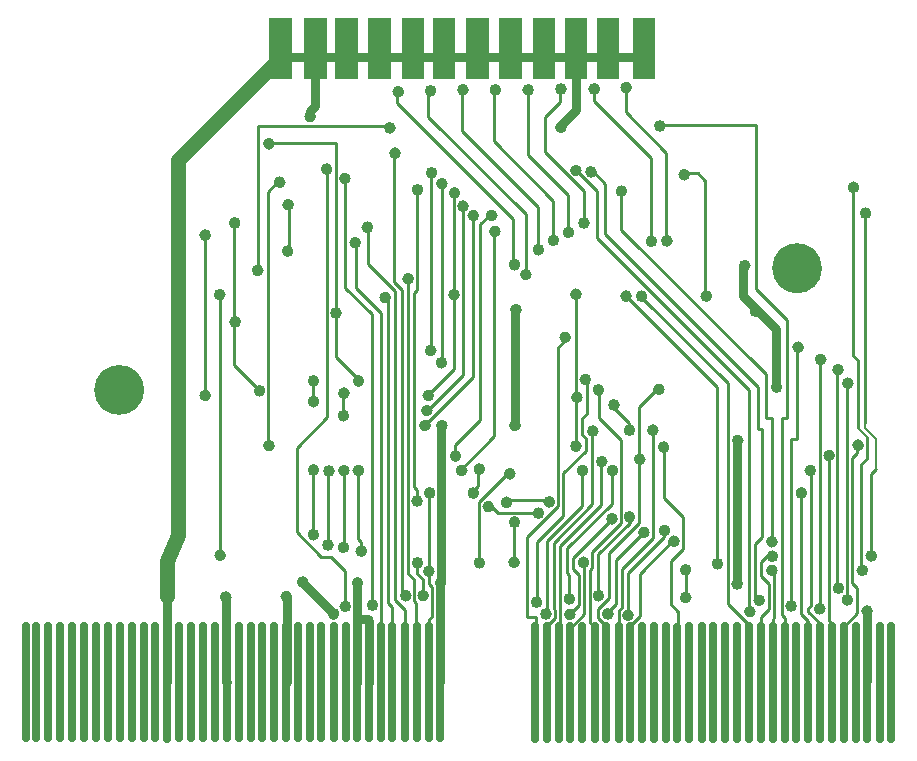
<source format=gbr>
%TF.GenerationSoftware,KiCad,Pcbnew,(6.0.2)*%
%TF.CreationDate,2022-05-14T16:30:45-05:00*%
%TF.ProjectId,REF1156 Mod 1110,52454631-3135-4362-904d-6f6420313131,rev?*%
%TF.SameCoordinates,Original*%
%TF.FileFunction,Copper,L2,Bot*%
%TF.FilePolarity,Positive*%
%FSLAX46Y46*%
G04 Gerber Fmt 4.6, Leading zero omitted, Abs format (unit mm)*
G04 Created by KiCad (PCBNEW (6.0.2)) date 2022-05-14 16:30:45*
%MOMM*%
%LPD*%
G01*
G04 APERTURE LIST*
%TA.AperFunction,NonConductor*%
%ADD10C,0.500000*%
%TD*%
%TA.AperFunction,NonConductor*%
%ADD11C,0.300000*%
%TD*%
%TA.AperFunction,NonConductor*%
%ADD12C,0.000000*%
%TD*%
%TA.AperFunction,NonConductor*%
%ADD13C,0.200000*%
%TD*%
%TA.AperFunction,NonConductor*%
%ADD14C,2.100000*%
%TD*%
%TA.AperFunction,ViaPad*%
%ADD15C,0.600010*%
%TD*%
%TA.AperFunction,ViaPad*%
%ADD16C,4.200010*%
%TD*%
%TA.AperFunction,Conductor*%
%ADD17C,0.640000*%
%TD*%
%TA.AperFunction,Conductor*%
%ADD18C,0.250000*%
%TD*%
%TA.AperFunction,Conductor*%
%ADD19C,0.750000*%
%TD*%
%TA.AperFunction,Conductor*%
%ADD20C,1.230000*%
%TD*%
G04 APERTURE END LIST*
D10*
X178830500Y-103546400D02*
G75*
G03*
X178830500Y-103546400I-250000J0D01*
G01*
D11*
X145194600Y-108269200D02*
G75*
G03*
X145194600Y-108269200I-150000J0D01*
G01*
D10*
X149779300Y-91838500D02*
G75*
G03*
X149779300Y-91838500I-250000J0D01*
G01*
D11*
X140392400Y-97434500D02*
G75*
G03*
X140392400Y-97434500I-150000J0D01*
G01*
D10*
X144262700Y-113984200D02*
G75*
G03*
X144262700Y-113984200I-250000J0D01*
G01*
X175457100Y-101641400D02*
G75*
G03*
X175457100Y-101641400I-250000J0D01*
G01*
X165932100Y-120492900D02*
G75*
G03*
X165932100Y-120492900I-250000J0D01*
G01*
X161169600Y-108666000D02*
G75*
G03*
X161169600Y-108666000I-250000J0D01*
G01*
D11*
X138368300Y-118905400D02*
G75*
G03*
X138368300Y-118905400I-150000J0D01*
G01*
D10*
X146961500Y-112079200D02*
G75*
G03*
X146961500Y-112079200I-250000J0D01*
G01*
D12*
G36*
X135279000Y-78920400D02*
G01*
X133379000Y-78920400D01*
X133379000Y-73800400D01*
X135279000Y-73800400D01*
X135279000Y-78920400D01*
G37*
D11*
X158450200Y-122675700D02*
G75*
G03*
X158450200Y-122675700I-150000J0D01*
G01*
D10*
X151446200Y-94656400D02*
G75*
G03*
X151446200Y-94656400I-250000J0D01*
G01*
X135650500Y-118389500D02*
G75*
G03*
X135650500Y-118389500I-250000J0D01*
G01*
X157280200Y-119857900D02*
G75*
G03*
X157280200Y-119857900I-250000J0D01*
G01*
D13*
X180870300Y-108451600D02*
X181805300Y-109390600D01*
D11*
X148369600Y-111960100D02*
G75*
G03*
X148369600Y-111960100I-150000J0D01*
G01*
X130549900Y-84417000D02*
G75*
G03*
X130549900Y-84417000I-150000J0D01*
G01*
D10*
X156645200Y-110015400D02*
G75*
G03*
X156645200Y-110015400I-250000J0D01*
G01*
X181648300Y-119302300D02*
G75*
G03*
X181648300Y-119302300I-250000J0D01*
G01*
X132118300Y-122755100D02*
G75*
G03*
X132118300Y-122755100I-250000J0D01*
G01*
D11*
X131462700Y-87671400D02*
G75*
G03*
X131462700Y-87671400I-150000J0D01*
G01*
D10*
X144421500Y-86877600D02*
G75*
G03*
X144421500Y-86877600I-250000J0D01*
G01*
X163034900Y-92672000D02*
G75*
G03*
X163034900Y-92672000I-250000J0D01*
G01*
D11*
X144043700Y-105729200D02*
G75*
G03*
X144043700Y-105729200I-150000J0D01*
G01*
D10*
X161050500Y-124342600D02*
G75*
G03*
X161050500Y-124342600I-250000J0D01*
G01*
X130649900Y-109975700D02*
G75*
G03*
X130649900Y-109975700I-250000J0D01*
G01*
X126522400Y-119262600D02*
G75*
G03*
X126522400Y-119262600I-250000J0D01*
G01*
X149501500Y-90489200D02*
G75*
G03*
X149501500Y-90489200I-250000J0D01*
G01*
D11*
X136860200Y-118587900D02*
G75*
G03*
X136860200Y-118587900I-150000J0D01*
G01*
D12*
G36*
X137938000Y-78920400D02*
G01*
X136038000Y-78920400D01*
X136038000Y-73800400D01*
X137938000Y-73800400D01*
X137938000Y-78920400D01*
G37*
D10*
X163669900Y-105213200D02*
G75*
G03*
X163669900Y-105213200I-250000J0D01*
G01*
D11*
X140789300Y-83067600D02*
G75*
G03*
X140789300Y-83067600I-150000J0D01*
G01*
D10*
X148469600Y-111960100D02*
G75*
G03*
X148469600Y-111960100I-250000J0D01*
G01*
X149223700Y-115135100D02*
G75*
G03*
X149223700Y-115135100I-250000J0D01*
G01*
D11*
X144083300Y-120612000D02*
G75*
G03*
X144083300Y-120612000I-150000J0D01*
G01*
D10*
X157915200Y-86798200D02*
G75*
G03*
X157915200Y-86798200I-250000J0D01*
G01*
D11*
X130549900Y-109975700D02*
G75*
G03*
X130549900Y-109975700I-150000J0D01*
G01*
D10*
X156089600Y-122953500D02*
G75*
G03*
X156089600Y-122953500I-250000J0D01*
G01*
D11*
X149719000Y-79852900D02*
G75*
G03*
X149719000Y-79852900I-150000J0D01*
G01*
D10*
X158550200Y-122675700D02*
G75*
G03*
X158550200Y-122675700I-250000J0D01*
G01*
D11*
X171745500Y-98585400D02*
G75*
G03*
X171745500Y-98585400I-150000J0D01*
G01*
X138050900Y-121604200D02*
G75*
G03*
X138050900Y-121604200I-150000J0D01*
G01*
X138884300Y-91481400D02*
G75*
G03*
X138884300Y-91481400I-150000J0D01*
G01*
X164244600Y-92632300D02*
G75*
G03*
X164244600Y-92632300I-150000J0D01*
G01*
X178770200Y-122040700D02*
G75*
G03*
X178770200Y-122040700I-150000J0D01*
G01*
D10*
X138230200Y-112079200D02*
G75*
G03*
X138230200Y-112079200I-250000J0D01*
G01*
D11*
X157219900Y-91124200D02*
G75*
G03*
X157219900Y-91124200I-150000J0D01*
G01*
D10*
X143191200Y-114658800D02*
G75*
G03*
X143191200Y-114658800I-250000J0D01*
G01*
D11*
X154640200Y-92592600D02*
G75*
G03*
X154640200Y-92592600I-150000J0D01*
G01*
X149401500Y-90489200D02*
G75*
G03*
X149401500Y-90489200I-150000J0D01*
G01*
D10*
X127792400Y-99498200D02*
G75*
G03*
X127792400Y-99498200I-250000J0D01*
G01*
X134420200Y-106245100D02*
G75*
G03*
X134420200Y-106245100I-250000J0D01*
G01*
X180894300Y-120532600D02*
G75*
G03*
X180894300Y-120532600I-250000J0D01*
G01*
D12*
G36*
X154646500Y-78920400D02*
G01*
X152746500Y-78920400D01*
X152746500Y-73800400D01*
X154646500Y-73800400D01*
X154646500Y-78920400D01*
G37*
D11*
X163569900Y-105213200D02*
G75*
G03*
X163569900Y-105213200I-150000J0D01*
G01*
D10*
X140889300Y-83067600D02*
G75*
G03*
X140889300Y-83067600I-250000J0D01*
G01*
X152398700Y-95489800D02*
G75*
G03*
X152398700Y-95489800I-250000J0D01*
G01*
D11*
X152497100Y-79852900D02*
G75*
G03*
X152497100Y-79852900I-150000J0D01*
G01*
D10*
X153470200Y-93386400D02*
G75*
G03*
X153470200Y-93386400I-250000J0D01*
G01*
D11*
X146266200Y-88584200D02*
G75*
G03*
X146266200Y-88584200I-150000J0D01*
G01*
D10*
X146445500Y-110848800D02*
G75*
G03*
X146445500Y-110848800I-250000J0D01*
G01*
X161169600Y-116008200D02*
G75*
G03*
X161169600Y-116008200I-250000J0D01*
G01*
X127752700Y-91124200D02*
G75*
G03*
X127752700Y-91124200I-250000J0D01*
G01*
D11*
X149679300Y-91838500D02*
G75*
G03*
X149679300Y-91838500I-150000J0D01*
G01*
D10*
X135729900Y-112118800D02*
G75*
G03*
X135729900Y-112118800I-250000J0D01*
G01*
X154383000Y-114738200D02*
G75*
G03*
X154383000Y-114738200I-250000J0D01*
G01*
D11*
X134320200Y-117516400D02*
G75*
G03*
X134320200Y-117516400I-150000J0D01*
G01*
D12*
G36*
X132342100Y-78920400D02*
G01*
X130442100Y-78920400D01*
X130442100Y-73800400D01*
X132342100Y-73800400D01*
X132342100Y-78920400D01*
G37*
D10*
X164146200Y-117159200D02*
G75*
G03*
X164146200Y-117159200I-250000J0D01*
G01*
X160494900Y-88425400D02*
G75*
G03*
X160494900Y-88425400I-250000J0D01*
G01*
X126998700Y-122794800D02*
G75*
G03*
X126998700Y-122794800I-250000J0D01*
G01*
D11*
X180437100Y-109936000D02*
G75*
G03*
X180437100Y-109936000I-150000J0D01*
G01*
X155989600Y-122953500D02*
G75*
G03*
X155989600Y-122953500I-150000J0D01*
G01*
X136899900Y-112079200D02*
G75*
G03*
X136899900Y-112079200I-150000J0D01*
G01*
D10*
X145294600Y-87790400D02*
G75*
G03*
X145294600Y-87790400I-250000J0D01*
G01*
D11*
X153370200Y-93386400D02*
G75*
G03*
X153370200Y-93386400I-150000J0D01*
G01*
D10*
X139420900Y-123469500D02*
G75*
G03*
X139420900Y-123469500I-250000J0D01*
G01*
X167678300Y-97315400D02*
G75*
G03*
X167678300Y-97315400I-250000J0D01*
G01*
X126482700Y-97196400D02*
G75*
G03*
X126482700Y-97196400I-250000J0D01*
G01*
X171369300Y-124025100D02*
G75*
G03*
X171369300Y-124025100I-250000J0D01*
G01*
D11*
X136860200Y-107435700D02*
G75*
G03*
X136860200Y-107435700I-150000J0D01*
G01*
D10*
X144342100Y-79932300D02*
G75*
G03*
X144342100Y-79932300I-250000J0D01*
G01*
D11*
X173174300Y-119342000D02*
G75*
G03*
X173174300Y-119342000I-150000J0D01*
G01*
D10*
X178076500Y-110809200D02*
G75*
G03*
X178076500Y-110809200I-250000J0D01*
G01*
D11*
X171269300Y-124025100D02*
G75*
G03*
X171269300Y-124025100I-150000J0D01*
G01*
D13*
X181800300Y-111975600D02*
X181803300Y-109377600D01*
D12*
G36*
X163099900Y-78920400D02*
G01*
X161199900Y-78920400D01*
X161199900Y-73800400D01*
X163099900Y-73800400D01*
X163099900Y-78920400D01*
G37*
D10*
X142437100Y-95847000D02*
G75*
G03*
X142437100Y-95847000I-250000J0D01*
G01*
X159859900Y-106522900D02*
G75*
G03*
X159859900Y-106522900I-250000J0D01*
G01*
X162201500Y-97315400D02*
G75*
G03*
X162201500Y-97315400I-250000J0D01*
G01*
D11*
X164839900Y-118072000D02*
G75*
G03*
X164839900Y-118072000I-150000J0D01*
G01*
X135431500Y-86560100D02*
G75*
G03*
X135431500Y-86560100I-150000J0D01*
G01*
D10*
X147953700Y-113984200D02*
G75*
G03*
X147953700Y-113984200I-250000J0D01*
G01*
D11*
X134320200Y-106245100D02*
G75*
G03*
X134320200Y-106245100I-150000J0D01*
G01*
D10*
X173234600Y-118111700D02*
G75*
G03*
X173234600Y-118111700I-250000J0D01*
G01*
D11*
X153211500Y-123231400D02*
G75*
G03*
X153211500Y-123231400I-150000J0D01*
G01*
D10*
X151446200Y-116444800D02*
G75*
G03*
X151446200Y-116444800I-250000J0D01*
G01*
D11*
X132018300Y-122755100D02*
G75*
G03*
X132018300Y-122755100I-150000J0D01*
G01*
D10*
X140492400Y-97434500D02*
G75*
G03*
X140492400Y-97434500I-250000J0D01*
G01*
D11*
X162299900Y-117317900D02*
G75*
G03*
X162299900Y-117317900I-150000J0D01*
G01*
D10*
X157319900Y-91124200D02*
G75*
G03*
X157319900Y-91124200I-250000J0D01*
G01*
X175734900Y-113984200D02*
G75*
G03*
X175734900Y-113984200I-250000J0D01*
G01*
D11*
X142337100Y-95847000D02*
G75*
G03*
X142337100Y-95847000I-150000J0D01*
G01*
X163649300Y-82908800D02*
G75*
G03*
X163649300Y-82908800I-150000J0D01*
G01*
D10*
X136325200Y-98744200D02*
G75*
G03*
X136325200Y-98744200I-250000J0D01*
G01*
X160891800Y-79654500D02*
G75*
G03*
X160891800Y-79654500I-250000J0D01*
G01*
X136126800Y-124223500D02*
G75*
G03*
X136126800Y-124223500I-250000J0D01*
G01*
D11*
X136026800Y-124223500D02*
G75*
G03*
X136026800Y-124223500I-150000J0D01*
G01*
X174761800Y-123548800D02*
G75*
G03*
X174761800Y-123548800I-150000J0D01*
G01*
D10*
X132277100Y-89576400D02*
G75*
G03*
X132277100Y-89576400I-250000J0D01*
G01*
D11*
X173134600Y-120532600D02*
G75*
G03*
X173134600Y-120532600I-150000J0D01*
G01*
X125152400Y-105729200D02*
G75*
G03*
X125152400Y-105729200I-150000J0D01*
G01*
X136225200Y-98744200D02*
G75*
G03*
X136225200Y-98744200I-150000J0D01*
G01*
X159244000Y-124223500D02*
G75*
G03*
X159244000Y-124223500I-150000J0D01*
G01*
X143130900Y-119897600D02*
G75*
G03*
X143130900Y-119897600I-150000J0D01*
G01*
D10*
X134420200Y-117516400D02*
G75*
G03*
X134420200Y-117516400I-250000J0D01*
G01*
X125252400Y-92156000D02*
G75*
G03*
X125252400Y-92156000I-250000J0D01*
G01*
X164066800Y-110094800D02*
G75*
G03*
X164066800Y-110094800I-250000J0D01*
G01*
D11*
X127652700Y-91124200D02*
G75*
G03*
X127652700Y-91124200I-150000J0D01*
G01*
X156545200Y-86679200D02*
G75*
G03*
X156545200Y-86679200I-150000J0D01*
G01*
D10*
X178870200Y-122040700D02*
G75*
G03*
X178870200Y-122040700I-250000J0D01*
G01*
D11*
X172063000Y-123072600D02*
G75*
G03*
X172063000Y-123072600I-150000J0D01*
G01*
D10*
X162042700Y-111126700D02*
G75*
G03*
X162042700Y-111126700I-250000J0D01*
G01*
X141325900Y-85210700D02*
G75*
G03*
X141325900Y-85210700I-250000J0D01*
G01*
D11*
X141503700Y-80011700D02*
G75*
G03*
X141503700Y-80011700I-150000J0D01*
G01*
X155275200Y-79773500D02*
G75*
G03*
X155275200Y-79773500I-150000J0D01*
G01*
D10*
X156645200Y-86679200D02*
G75*
G03*
X156645200Y-86679200I-250000J0D01*
G01*
D11*
X177976500Y-110809200D02*
G75*
G03*
X177976500Y-110809200I-150000J0D01*
G01*
D10*
X151406500Y-119857900D02*
G75*
G03*
X151406500Y-119857900I-250000J0D01*
G01*
D11*
X144321500Y-86877600D02*
G75*
G03*
X144321500Y-86877600I-150000J0D01*
G01*
X122850500Y-113468200D02*
G75*
G03*
X122850500Y-113468200I-150000J0D01*
G01*
D10*
X165813000Y-87036400D02*
G75*
G03*
X165813000Y-87036400I-250000J0D01*
G01*
D11*
X151346200Y-116444800D02*
G75*
G03*
X151346200Y-116444800I-150000J0D01*
G01*
D10*
X137079300Y-87353800D02*
G75*
G03*
X137079300Y-87353800I-250000J0D01*
G01*
D11*
X156029300Y-124263200D02*
G75*
G03*
X156029300Y-124263200I-150000J0D01*
G01*
X143924600Y-106999200D02*
G75*
G03*
X143924600Y-106999200I-150000J0D01*
G01*
D10*
X137119000Y-123588500D02*
G75*
G03*
X137119000Y-123588500I-250000J0D01*
G01*
X138984300Y-91481400D02*
G75*
G03*
X138984300Y-91481400I-250000J0D01*
G01*
X150771500Y-114777900D02*
G75*
G03*
X150771500Y-114777900I-250000J0D01*
G01*
D11*
X170197700Y-121683500D02*
G75*
G03*
X170197700Y-121683500I-150000J0D01*
G01*
X155632400Y-100807900D02*
G75*
G03*
X155632400Y-100807900I-150000J0D01*
G01*
X161942700Y-111126700D02*
G75*
G03*
X161942700Y-111126700I-150000J0D01*
G01*
D10*
X129697400Y-95132600D02*
G75*
G03*
X129697400Y-95132600I-250000J0D01*
G01*
X158074000Y-108745400D02*
G75*
G03*
X158074000Y-108745400I-250000J0D01*
G01*
X143230900Y-88306400D02*
G75*
G03*
X143230900Y-88306400I-250000J0D01*
G01*
D11*
X181072100Y-90290700D02*
G75*
G03*
X181072100Y-90290700I-150000J0D01*
G01*
D10*
X155375200Y-79773500D02*
G75*
G03*
X155375200Y-79773500I-250000J0D01*
G01*
X144024600Y-106999200D02*
G75*
G03*
X144024600Y-106999200I-250000J0D01*
G01*
X135531500Y-86560100D02*
G75*
G03*
X135531500Y-86560100I-250000J0D01*
G01*
X163154000Y-108666000D02*
G75*
G03*
X163154000Y-108666000I-250000J0D01*
G01*
X168630900Y-119977000D02*
G75*
G03*
X168630900Y-119977000I-250000J0D01*
G01*
D11*
X125152400Y-92156000D02*
G75*
G03*
X125152400Y-92156000I-150000J0D01*
G01*
D10*
X156724600Y-105887900D02*
G75*
G03*
X156724600Y-105887900I-250000J0D01*
G01*
X144342100Y-101919200D02*
G75*
G03*
X144342100Y-101919200I-250000J0D01*
G01*
D12*
G36*
X151789000Y-78920400D02*
G01*
X149889000Y-78920400D01*
X149889000Y-73800400D01*
X151789000Y-73800400D01*
X151789000Y-78920400D01*
G37*
D10*
X136999900Y-105530700D02*
G75*
G03*
X136999900Y-105530700I-250000J0D01*
G01*
X136960200Y-107435700D02*
G75*
G03*
X136960200Y-107435700I-250000J0D01*
G01*
D11*
X165832100Y-120492900D02*
G75*
G03*
X165832100Y-120492900I-150000J0D01*
G01*
X121898000Y-122755100D02*
G75*
G03*
X121898000Y-122755100I-150000J0D01*
G01*
X126422400Y-119262600D02*
G75*
G03*
X126422400Y-119262600I-150000J0D01*
G01*
X143607100Y-122675700D02*
G75*
G03*
X143607100Y-122675700I-150000J0D01*
G01*
D10*
X145254900Y-102951000D02*
G75*
G03*
X145254900Y-102951000I-250000J0D01*
G01*
X158193000Y-79773500D02*
G75*
G03*
X158193000Y-79773500I-250000J0D01*
G01*
X138150900Y-121604200D02*
G75*
G03*
X138150900Y-121604200I-250000J0D01*
G01*
X151565200Y-98466400D02*
G75*
G03*
X151565200Y-98466400I-250000J0D01*
G01*
X122950500Y-113468200D02*
G75*
G03*
X122950500Y-113468200I-250000J0D01*
G01*
X134420200Y-112039500D02*
G75*
G03*
X134420200Y-112039500I-250000J0D01*
G01*
D11*
X170832700Y-94735700D02*
G75*
G03*
X170832700Y-94735700I-150000J0D01*
G01*
X158728000Y-111325100D02*
G75*
G03*
X158728000Y-111325100I-150000J0D01*
G01*
D10*
X137952400Y-92791000D02*
G75*
G03*
X137952400Y-92791000I-250000J0D01*
G01*
D11*
X173134600Y-118111700D02*
G75*
G03*
X173134600Y-118111700I-150000J0D01*
G01*
X181548300Y-119302300D02*
G75*
G03*
X181548300Y-119302300I-150000J0D01*
G01*
D10*
X174861800Y-123548800D02*
G75*
G03*
X174861800Y-123548800I-250000J0D01*
G01*
X142238700Y-122675700D02*
G75*
G03*
X142238700Y-122675700I-250000J0D01*
G01*
D14*
X118789600Y-105252900D02*
G75*
G03*
X118789600Y-105252900I-1050000J0D01*
G01*
D12*
G36*
X143534000Y-78920400D02*
G01*
X141634000Y-78920400D01*
X141634000Y-73800400D01*
X143534000Y-73800400D01*
X143534000Y-78920400D01*
G37*
D10*
X164344600Y-92632300D02*
G75*
G03*
X164344600Y-92632300I-250000J0D01*
G01*
X181291200Y-123985400D02*
G75*
G03*
X181291200Y-123985400I-250000J0D01*
G01*
D11*
X134320200Y-104498800D02*
G75*
G03*
X134320200Y-104498800I-150000J0D01*
G01*
X136979300Y-87353800D02*
G75*
G03*
X136979300Y-87353800I-150000J0D01*
G01*
D10*
X159740900Y-112079200D02*
G75*
G03*
X159740900Y-112079200I-250000J0D01*
G01*
D11*
X134042400Y-82115100D02*
G75*
G03*
X134042400Y-82115100I-150000J0D01*
G01*
X138130200Y-112079200D02*
G75*
G03*
X138130200Y-112079200I-150000J0D01*
G01*
D10*
X136999900Y-112079200D02*
G75*
G03*
X136999900Y-112079200I-250000J0D01*
G01*
X143865900Y-108269200D02*
G75*
G03*
X143865900Y-108269200I-250000J0D01*
G01*
D11*
X138130200Y-104498800D02*
G75*
G03*
X138130200Y-104498800I-150000J0D01*
G01*
X152298700Y-95489800D02*
G75*
G03*
X152298700Y-95489800I-150000J0D01*
G01*
D10*
X148469600Y-119897600D02*
G75*
G03*
X148469600Y-119897600I-250000J0D01*
G01*
X134420200Y-104498800D02*
G75*
G03*
X134420200Y-104498800I-250000J0D01*
G01*
X151485900Y-108269200D02*
G75*
G03*
X151485900Y-108269200I-250000J0D01*
G01*
D11*
X157339000Y-104379800D02*
G75*
G03*
X157339000Y-104379800I-150000J0D01*
G01*
X167578300Y-97315400D02*
G75*
G03*
X167578300Y-97315400I-150000J0D01*
G01*
D10*
X159701200Y-116167000D02*
G75*
G03*
X159701200Y-116167000I-250000J0D01*
G01*
X149819000Y-79852900D02*
G75*
G03*
X149819000Y-79852900I-250000J0D01*
G01*
D11*
X164046200Y-117159200D02*
G75*
G03*
X164046200Y-117159200I-150000J0D01*
G01*
D10*
X153311500Y-123231400D02*
G75*
G03*
X153311500Y-123231400I-250000J0D01*
G01*
X159344000Y-124223500D02*
G75*
G03*
X159344000Y-124223500I-250000J0D01*
G01*
D11*
X179524300Y-123032900D02*
G75*
G03*
X179524300Y-123032900I-150000J0D01*
G01*
X160791800Y-79654500D02*
G75*
G03*
X160791800Y-79654500I-150000J0D01*
G01*
X151465200Y-98466400D02*
G75*
G03*
X151465200Y-98466400I-150000J0D01*
G01*
D10*
X133507400Y-121524800D02*
G75*
G03*
X133507400Y-121524800I-250000J0D01*
G01*
D11*
X127692400Y-99498200D02*
G75*
G03*
X127692400Y-99498200I-150000J0D01*
G01*
X147853700Y-90489200D02*
G75*
G03*
X147853700Y-90489200I-150000J0D01*
G01*
D10*
X156010200Y-91917900D02*
G75*
G03*
X156010200Y-91917900I-250000J0D01*
G01*
X164939900Y-118072000D02*
G75*
G03*
X164939900Y-118072000I-250000J0D01*
G01*
D11*
X135550500Y-118389500D02*
G75*
G03*
X135550500Y-118389500I-150000J0D01*
G01*
D10*
X157200900Y-112079200D02*
G75*
G03*
X157200900Y-112079200I-250000J0D01*
G01*
D11*
X145075500Y-121604200D02*
G75*
G03*
X145075500Y-121604200I-150000J0D01*
G01*
X126898700Y-122794800D02*
G75*
G03*
X126898700Y-122794800I-150000J0D01*
G01*
D10*
X154105200Y-124223500D02*
G75*
G03*
X154105200Y-124223500I-250000J0D01*
G01*
D11*
X147853700Y-113984200D02*
G75*
G03*
X147853700Y-113984200I-150000J0D01*
G01*
D10*
X132237400Y-93505400D02*
G75*
G03*
X132237400Y-93505400I-250000J0D01*
G01*
D11*
X176389000Y-112079200D02*
G75*
G03*
X176389000Y-112079200I-150000J0D01*
G01*
D10*
X155375200Y-83027900D02*
G75*
G03*
X155375200Y-83027900I-250000J0D01*
G01*
X147080500Y-79852900D02*
G75*
G03*
X147080500Y-79852900I-250000J0D01*
G01*
X144143700Y-105729200D02*
G75*
G03*
X144143700Y-105729200I-250000J0D01*
G01*
D11*
X146980500Y-79852900D02*
G75*
G03*
X146980500Y-79852900I-150000J0D01*
G01*
X155275200Y-83027900D02*
G75*
G03*
X155275200Y-83027900I-150000J0D01*
G01*
X132137400Y-93505400D02*
G75*
G03*
X132137400Y-93505400I-150000J0D01*
G01*
X146980500Y-89695400D02*
G75*
G03*
X146980500Y-89695400I-150000J0D01*
G01*
D10*
X145294600Y-108269200D02*
G75*
G03*
X145294600Y-108269200I-250000J0D01*
G01*
D11*
X154283000Y-114738200D02*
G75*
G03*
X154283000Y-114738200I-150000J0D01*
G01*
D10*
X172163000Y-123072600D02*
G75*
G03*
X172163000Y-123072600I-250000J0D01*
G01*
D11*
X139320900Y-123469500D02*
G75*
G03*
X139320900Y-123469500I-150000J0D01*
G01*
X135629900Y-112118800D02*
G75*
G03*
X135629900Y-112118800I-150000J0D01*
G01*
X168530900Y-119977000D02*
G75*
G03*
X168530900Y-119977000I-150000J0D01*
G01*
D10*
X146366200Y-88584200D02*
G75*
G03*
X146366200Y-88584200I-250000J0D01*
G01*
D11*
X129756200Y-105332300D02*
G75*
G03*
X129756200Y-105332300I-150000J0D01*
G01*
D10*
X158828000Y-111325100D02*
G75*
G03*
X158828000Y-111325100I-250000J0D01*
G01*
X163749300Y-82908800D02*
G75*
G03*
X163749300Y-82908800I-250000J0D01*
G01*
X177282700Y-123787000D02*
G75*
G03*
X177282700Y-123787000I-250000J0D01*
G01*
D11*
X180794300Y-120532600D02*
G75*
G03*
X180794300Y-120532600I-150000J0D01*
G01*
X134320200Y-112039500D02*
G75*
G03*
X134320200Y-112039500I-150000J0D01*
G01*
D10*
X138230200Y-104498800D02*
G75*
G03*
X138230200Y-104498800I-250000J0D01*
G01*
X155732400Y-100807900D02*
G75*
G03*
X155732400Y-100807900I-250000J0D01*
G01*
D11*
X177262100Y-102673200D02*
G75*
G03*
X177262100Y-102673200I-150000J0D01*
G01*
D14*
X176177700Y-94973800D02*
G75*
G03*
X176177700Y-94973800I-1050000J0D01*
G01*
D11*
X151306500Y-119857900D02*
G75*
G03*
X151306500Y-119857900I-150000J0D01*
G01*
X156545200Y-110015400D02*
G75*
G03*
X156545200Y-110015400I-150000J0D01*
G01*
X159759900Y-106522900D02*
G75*
G03*
X159759900Y-106522900I-150000J0D01*
G01*
X146226500Y-97196400D02*
G75*
G03*
X146226500Y-97196400I-150000J0D01*
G01*
X159601200Y-116167000D02*
G75*
G03*
X159601200Y-116167000I-150000J0D01*
G01*
D10*
X181172100Y-90290700D02*
G75*
G03*
X181172100Y-90290700I-250000J0D01*
G01*
X176489000Y-112079200D02*
G75*
G03*
X176489000Y-112079200I-250000J0D01*
G01*
X143707100Y-122675700D02*
G75*
G03*
X143707100Y-122675700I-250000J0D01*
G01*
X144183300Y-120612000D02*
G75*
G03*
X144183300Y-120612000I-250000J0D01*
G01*
D11*
X162101500Y-97315400D02*
G75*
G03*
X162101500Y-97315400I-150000J0D01*
G01*
X165832100Y-122834500D02*
G75*
G03*
X165832100Y-122834500I-150000J0D01*
G01*
X144242100Y-79932300D02*
G75*
G03*
X144242100Y-79932300I-150000J0D01*
G01*
X161069600Y-116008200D02*
G75*
G03*
X161069600Y-116008200I-150000J0D01*
G01*
D10*
X173234600Y-120532600D02*
G75*
G03*
X173234600Y-120532600I-250000J0D01*
G01*
D11*
X151346200Y-94656400D02*
G75*
G03*
X151346200Y-94656400I-150000J0D01*
G01*
X144242100Y-101919200D02*
G75*
G03*
X144242100Y-101919200I-150000J0D01*
G01*
X155910200Y-91917900D02*
G75*
G03*
X155910200Y-91917900I-150000J0D01*
G01*
D10*
X170932700Y-94735700D02*
G75*
G03*
X170932700Y-94735700I-250000J0D01*
G01*
D12*
G36*
X146193000Y-78920400D02*
G01*
X144293000Y-78920400D01*
X144293000Y-73800400D01*
X146193000Y-73800400D01*
X146193000Y-78920400D01*
G37*
D10*
X147953700Y-90489200D02*
G75*
G03*
X147953700Y-90489200I-250000J0D01*
G01*
D11*
X160791800Y-97315400D02*
G75*
G03*
X160791800Y-97315400I-150000J0D01*
G01*
D10*
X151049300Y-112357000D02*
G75*
G03*
X151049300Y-112357000I-250000J0D01*
G01*
D11*
X157100900Y-112079200D02*
G75*
G03*
X157100900Y-112079200I-150000J0D01*
G01*
X144162700Y-113984200D02*
G75*
G03*
X144162700Y-113984200I-150000J0D01*
G01*
D10*
X152597100Y-79852900D02*
G75*
G03*
X152597100Y-79852900I-250000J0D01*
G01*
X134142400Y-82115100D02*
G75*
G03*
X134142400Y-82115100I-250000J0D01*
G01*
D13*
X180271300Y-108446600D02*
X181076300Y-109278600D01*
D11*
X154005200Y-124223500D02*
G75*
G03*
X154005200Y-124223500I-150000J0D01*
G01*
X151385900Y-108269200D02*
G75*
G03*
X151385900Y-108269200I-150000J0D01*
G01*
X157180200Y-119857900D02*
G75*
G03*
X157180200Y-119857900I-150000J0D01*
G01*
D12*
G36*
X149010900Y-78920400D02*
G01*
X147110900Y-78920400D01*
X147110900Y-73800400D01*
X149010900Y-73800400D01*
X149010900Y-78920400D01*
G37*
D11*
X149123700Y-115135100D02*
G75*
G03*
X149123700Y-115135100I-150000J0D01*
G01*
D10*
X153470200Y-115690700D02*
G75*
G03*
X153470200Y-115690700I-250000J0D01*
G01*
X146326500Y-97196400D02*
G75*
G03*
X146326500Y-97196400I-250000J0D01*
G01*
D11*
X170237400Y-109539200D02*
G75*
G03*
X170237400Y-109539200I-150000J0D01*
G01*
X129597400Y-95132600D02*
G75*
G03*
X129597400Y-95132600I-150000J0D01*
G01*
X179564000Y-104697300D02*
G75*
G03*
X179564000Y-104697300I-150000J0D01*
G01*
X160394900Y-88425400D02*
G75*
G03*
X160394900Y-88425400I-150000J0D01*
G01*
X181191200Y-123985400D02*
G75*
G03*
X181191200Y-123985400I-150000J0D01*
G01*
D10*
X130649900Y-84417000D02*
G75*
G03*
X130649900Y-84417000I-250000J0D01*
G01*
D11*
X177182700Y-123787000D02*
G75*
G03*
X177182700Y-123787000I-150000J0D01*
G01*
D10*
X173631500Y-105014800D02*
G75*
G03*
X173631500Y-105014800I-250000J0D01*
G01*
D11*
X175634900Y-113984200D02*
G75*
G03*
X175634900Y-113984200I-150000J0D01*
G01*
D10*
X156645200Y-97156700D02*
G75*
G03*
X156645200Y-97156700I-250000J0D01*
G01*
D11*
X143091200Y-114658800D02*
G75*
G03*
X143091200Y-114658800I-150000J0D01*
G01*
D10*
X138468300Y-118905400D02*
G75*
G03*
X138468300Y-118905400I-250000J0D01*
G01*
X145175500Y-121604200D02*
G75*
G03*
X145175500Y-121604200I-250000J0D01*
G01*
D11*
X158093000Y-79773500D02*
G75*
G03*
X158093000Y-79773500I-150000J0D01*
G01*
X157815200Y-86798200D02*
G75*
G03*
X157815200Y-86798200I-150000J0D01*
G01*
D10*
X121998000Y-122755100D02*
G75*
G03*
X121998000Y-122755100I-250000J0D01*
G01*
X170337400Y-109539200D02*
G75*
G03*
X170337400Y-109539200I-250000J0D01*
G01*
D11*
X180040200Y-88107900D02*
G75*
G03*
X180040200Y-88107900I-150000J0D01*
G01*
X162934900Y-92672000D02*
G75*
G03*
X162934900Y-92672000I-150000J0D01*
G01*
D10*
X131562700Y-87671400D02*
G75*
G03*
X131562700Y-87671400I-250000J0D01*
G01*
D11*
X133407400Y-121524800D02*
G75*
G03*
X133407400Y-121524800I-150000J0D01*
G01*
X163054000Y-108666000D02*
G75*
G03*
X163054000Y-108666000I-150000J0D01*
G01*
D13*
X180848300Y-108075600D02*
X180870300Y-108451600D01*
D11*
X143765900Y-108269200D02*
G75*
G03*
X143765900Y-108269200I-150000J0D01*
G01*
D10*
X180537100Y-109936000D02*
G75*
G03*
X180537100Y-109936000I-250000J0D01*
G01*
X143230900Y-119897600D02*
G75*
G03*
X143230900Y-119897600I-250000J0D01*
G01*
D11*
X143130900Y-88306400D02*
G75*
G03*
X143130900Y-88306400I-150000J0D01*
G01*
D12*
G36*
X160044000Y-78920400D02*
G01*
X158144000Y-78920400D01*
X158144000Y-73800400D01*
X160044000Y-73800400D01*
X160044000Y-78920400D01*
G37*
D11*
X156624600Y-105887900D02*
G75*
G03*
X156624600Y-105887900I-150000J0D01*
G01*
X175357100Y-101641400D02*
G75*
G03*
X175357100Y-101641400I-150000J0D01*
G01*
D12*
G36*
X157345200Y-78920400D02*
G01*
X155445200Y-78920400D01*
X155445200Y-73800400D01*
X157345200Y-73800400D01*
X157345200Y-78920400D01*
G37*
G36*
X140716200Y-78920400D02*
G01*
X138816200Y-78920400D01*
X138816200Y-73800400D01*
X140716200Y-73800400D01*
X140716200Y-78920400D01*
G37*
D11*
X161069600Y-108666000D02*
G75*
G03*
X161069600Y-108666000I-150000J0D01*
G01*
X165713000Y-87036400D02*
G75*
G03*
X165713000Y-87036400I-150000J0D01*
G01*
X156545200Y-97156700D02*
G75*
G03*
X156545200Y-97156700I-150000J0D01*
G01*
D10*
X179624300Y-123032900D02*
G75*
G03*
X179624300Y-123032900I-250000J0D01*
G01*
D11*
X173531500Y-105014800D02*
G75*
G03*
X173531500Y-105014800I-150000J0D01*
G01*
D10*
X158550200Y-105252900D02*
G75*
G03*
X158550200Y-105252900I-250000J0D01*
G01*
X177362100Y-102673200D02*
G75*
G03*
X177362100Y-102673200I-250000J0D01*
G01*
X125252400Y-105729200D02*
G75*
G03*
X125252400Y-105729200I-250000J0D01*
G01*
D11*
X150671500Y-114777900D02*
G75*
G03*
X150671500Y-114777900I-150000J0D01*
G01*
X157974000Y-108745400D02*
G75*
G03*
X157974000Y-108745400I-150000J0D01*
G01*
D10*
X173274300Y-119342000D02*
G75*
G03*
X173274300Y-119342000I-250000J0D01*
G01*
X179664000Y-104697300D02*
G75*
G03*
X179664000Y-104697300I-250000J0D01*
G01*
D11*
X153370200Y-115690700D02*
G75*
G03*
X153370200Y-115690700I-150000J0D01*
G01*
X136899900Y-105530700D02*
G75*
G03*
X136899900Y-105530700I-150000J0D01*
G01*
X159640900Y-112079200D02*
G75*
G03*
X159640900Y-112079200I-150000J0D01*
G01*
X137852400Y-92791000D02*
G75*
G03*
X137852400Y-92791000I-150000J0D01*
G01*
D10*
X171845500Y-98585400D02*
G75*
G03*
X171845500Y-98585400I-250000J0D01*
G01*
X170297700Y-121683500D02*
G75*
G03*
X170297700Y-121683500I-250000J0D01*
G01*
D11*
X146345500Y-110848800D02*
G75*
G03*
X146345500Y-110848800I-150000J0D01*
G01*
D10*
X162399900Y-117317900D02*
G75*
G03*
X162399900Y-117317900I-250000J0D01*
G01*
D11*
X146861500Y-112079200D02*
G75*
G03*
X146861500Y-112079200I-150000J0D01*
G01*
D10*
X180140200Y-88107900D02*
G75*
G03*
X180140200Y-88107900I-250000J0D01*
G01*
D11*
X160950500Y-124342600D02*
G75*
G03*
X160950500Y-124342600I-150000J0D01*
G01*
X178730500Y-103546400D02*
G75*
G03*
X178730500Y-103546400I-150000J0D01*
G01*
X163966800Y-110094800D02*
G75*
G03*
X163966800Y-110094800I-150000J0D01*
G01*
X150949300Y-112357000D02*
G75*
G03*
X150949300Y-112357000I-150000J0D01*
G01*
D10*
X157439000Y-104379800D02*
G75*
G03*
X157439000Y-104379800I-250000J0D01*
G01*
D11*
X141225900Y-85210700D02*
G75*
G03*
X141225900Y-85210700I-150000J0D01*
G01*
X132177100Y-89576400D02*
G75*
G03*
X132177100Y-89576400I-150000J0D01*
G01*
D10*
X129856200Y-105332300D02*
G75*
G03*
X129856200Y-105332300I-250000J0D01*
G01*
X165932100Y-122834500D02*
G75*
G03*
X165932100Y-122834500I-250000J0D01*
G01*
X147080500Y-89695400D02*
G75*
G03*
X147080500Y-89695400I-250000J0D01*
G01*
D11*
X145154900Y-102951000D02*
G75*
G03*
X145154900Y-102951000I-150000J0D01*
G01*
X142138700Y-122675700D02*
G75*
G03*
X142138700Y-122675700I-150000J0D01*
G01*
D10*
X156129300Y-124263200D02*
G75*
G03*
X156129300Y-124263200I-250000J0D01*
G01*
X154740200Y-92592600D02*
G75*
G03*
X154740200Y-92592600I-250000J0D01*
G01*
D11*
X148369600Y-119897600D02*
G75*
G03*
X148369600Y-119897600I-150000J0D01*
G01*
D10*
X160891800Y-97315400D02*
G75*
G03*
X160891800Y-97315400I-250000J0D01*
G01*
D11*
X137019000Y-123588500D02*
G75*
G03*
X137019000Y-123588500I-150000J0D01*
G01*
X126382700Y-97196400D02*
G75*
G03*
X126382700Y-97196400I-150000J0D01*
G01*
X158450200Y-105252900D02*
G75*
G03*
X158450200Y-105252900I-150000J0D01*
G01*
D10*
X141603700Y-80011700D02*
G75*
G03*
X141603700Y-80011700I-250000J0D01*
G01*
X136960200Y-118587900D02*
G75*
G03*
X136960200Y-118587900I-250000J0D01*
G01*
D11*
X145194600Y-87790400D02*
G75*
G03*
X145194600Y-87790400I-150000J0D01*
G01*
D15*
%TO.N,*%
X144092100Y-79932600D03*
X162152100Y-117322600D03*
X146192100Y-110852600D03*
X162902100Y-108662600D03*
X134172100Y-112042600D03*
X148972100Y-115132600D03*
X160642100Y-79652600D03*
X164692100Y-118072600D03*
X131992100Y-93502600D03*
X179892100Y-88112600D03*
X172982100Y-118112600D03*
X131312100Y-87672600D03*
X156392100Y-97152600D03*
X136712100Y-118592600D03*
X167432100Y-97312600D03*
X173022100Y-119342600D03*
X179412100Y-104692600D03*
X150522100Y-114782600D03*
X143892100Y-105732600D03*
X170682100Y-94732600D03*
X142982100Y-119892600D03*
X165682100Y-122832600D03*
X146832100Y-79852600D03*
X156392100Y-110012600D03*
X129452100Y-95132600D03*
X136072100Y-98742600D03*
X135402100Y-118392600D03*
X151192100Y-116442600D03*
X158302100Y-122672600D03*
X138732100Y-91482600D03*
X160802100Y-124342600D03*
X171912100Y-123072600D03*
X159092100Y-124222600D03*
X151312100Y-98462600D03*
X142982100Y-88302600D03*
X155842100Y-122952600D03*
X144092100Y-101922600D03*
X160642100Y-97312600D03*
X150802100Y-112352600D03*
X161792100Y-111122600D03*
X148222100Y-111962600D03*
X141992100Y-122672600D03*
X148222100Y-119892600D03*
X146072100Y-97192600D03*
X141352100Y-80012600D03*
X174612100Y-123552600D03*
X149532100Y-91842600D03*
X122702100Y-113472600D03*
X157942100Y-79772600D03*
X181402100Y-119302600D03*
X155762100Y-91922600D03*
X152152100Y-95492600D03*
X156392100Y-86682600D03*
X158302100Y-105252600D03*
X159452100Y-116162600D03*
X149572100Y-79852600D03*
X160242100Y-88422600D03*
X137982100Y-112082600D03*
X156952100Y-112082600D03*
X125002100Y-92152600D03*
X132032100Y-89572600D03*
X136712100Y-107432600D03*
X163502100Y-82912600D03*
X135482100Y-112122600D03*
X178622100Y-122042600D03*
X178582100Y-103542600D03*
X143612100Y-108272600D03*
X136832100Y-87352600D03*
X135282100Y-86562600D03*
X146712100Y-112082600D03*
X145002100Y-102952600D03*
X179372100Y-123032600D03*
X180642100Y-120532600D03*
X161952100Y-97312600D03*
X170092100Y-109542600D03*
X154132100Y-114742600D03*
X177822100Y-110812600D03*
X136872100Y-123592600D03*
X127502100Y-91122600D03*
X151152100Y-119862600D03*
X160922100Y-108662600D03*
X144012100Y-113982600D03*
X134172100Y-106242600D03*
X146832100Y-89692600D03*
X155482100Y-100812600D03*
X152352100Y-79852600D03*
X134172100Y-104502600D03*
X162782100Y-92672600D03*
X151232100Y-108272600D03*
X154492100Y-92592600D03*
X133892100Y-82112600D03*
X155882100Y-124262600D03*
X157072100Y-91122600D03*
X146112100Y-88582600D03*
X153222100Y-93382600D03*
X143452100Y-122672600D03*
X170052100Y-121682600D03*
X144922100Y-121602600D03*
X137982100Y-104502600D03*
X160922100Y-116012600D03*
X180922100Y-90292600D03*
X139172100Y-123472600D03*
D16*
X175132100Y-94972600D03*
D15*
X130402100Y-84412600D03*
X159612100Y-106522600D03*
X165562100Y-87032600D03*
X158582100Y-111322600D03*
X140642100Y-83072600D03*
X168382100Y-119972600D03*
X157662100Y-86802600D03*
X176242100Y-112082600D03*
X142942100Y-114662600D03*
X147702100Y-113982600D03*
X126272100Y-119262600D03*
X165682100Y-120492600D03*
X172982100Y-120532600D03*
X121752100Y-122752600D03*
X157822100Y-108742600D03*
X181042100Y-123982600D03*
X177112100Y-102672600D03*
X142192100Y-95842600D03*
X136752100Y-112082600D03*
X143932100Y-120612600D03*
X137702100Y-92792600D03*
X133262100Y-121522600D03*
X177032100Y-123782600D03*
X145042100Y-108272600D03*
X125002100Y-105732600D03*
X164092100Y-92632600D03*
X126232100Y-97192600D03*
X157192100Y-104382600D03*
X127542100Y-99502600D03*
X129602100Y-105332600D03*
X151192100Y-94652600D03*
X159492100Y-112082600D03*
D16*
X117742100Y-105252600D03*
D15*
X153222100Y-115692600D03*
X163892100Y-117162600D03*
X136752100Y-105532600D03*
X134172100Y-117512600D03*
X144172100Y-86872600D03*
X140242100Y-97432600D03*
X163812100Y-110092600D03*
X171122100Y-124022600D03*
X126752100Y-122792600D03*
X141072100Y-85212600D03*
X143772100Y-107002600D03*
X157032100Y-119862600D03*
X147702100Y-90492600D03*
X171592100Y-98582600D03*
X155122100Y-83032600D03*
X138222100Y-118902600D03*
X145042100Y-87792600D03*
X163422100Y-105212600D03*
X149252100Y-90492600D03*
X137902100Y-121602600D03*
X175482100Y-113982600D03*
X156472100Y-105892600D03*
X153852100Y-124222600D03*
X175212100Y-101642600D03*
X155122100Y-79772600D03*
X180292100Y-109932600D03*
X135872100Y-124222600D03*
X153062100Y-123232600D03*
X131872100Y-122752600D03*
X130402100Y-109972600D03*
X173382100Y-105012600D03*
%TD*%
D17*
%TO.N,*%
X141909300Y-125215700D02*
X141909300Y-134740700D01*
D18*
X159054300Y-128628800D02*
X159014600Y-128668500D01*
X174254600Y-99299800D02*
X174254600Y-107634200D01*
X143417400Y-121286700D02*
X142941200Y-120810400D01*
X156395200Y-110015400D02*
X156355500Y-110055100D01*
D19*
X173341800Y-100093500D02*
X170524000Y-97275700D01*
D18*
X146195500Y-109896400D02*
X146195500Y-110928200D01*
X154450500Y-92711700D02*
X154450500Y-89219200D01*
X178144000Y-125136400D02*
X178144000Y-126525400D01*
X146036800Y-103506700D02*
X146036800Y-88544500D01*
X171674900Y-96720100D02*
X174254600Y-99299800D01*
X141274300Y-81003800D02*
X151077100Y-90806700D01*
D19*
X126788300Y-129978200D02*
X126828000Y-130017900D01*
D18*
X149807100Y-115651000D02*
X153299600Y-115651000D01*
D17*
X183104900Y-125255400D02*
X183104900Y-134780400D01*
D18*
X172111500Y-117714800D02*
X171516200Y-118310100D01*
X138178700Y-118111700D02*
X138178700Y-118905400D01*
X134170200Y-106245100D02*
X134170200Y-104340100D01*
X155680900Y-120770700D02*
X155839600Y-120929500D01*
X136075200Y-102435100D02*
X138059600Y-104419500D01*
D19*
X138774000Y-124660100D02*
X138893000Y-124779200D01*
D18*
X173183000Y-120532600D02*
X173183000Y-124541000D01*
D19*
X170524000Y-94775400D02*
X170603300Y-94696000D01*
D18*
X169254000Y-123390100D02*
X171039900Y-125176000D01*
X155760200Y-88782600D02*
X155760200Y-91878200D01*
D19*
X133852700Y-82115100D02*
X133852700Y-81678500D01*
D18*
X153061500Y-118151400D02*
X155323700Y-115889200D01*
X158498700Y-114976400D02*
X155045900Y-118429200D01*
X160205200Y-91679800D02*
X160205200Y-88425400D01*
X172667100Y-119222900D02*
X172032100Y-119857900D01*
X152148700Y-90370100D02*
X143893700Y-82115100D01*
X152267700Y-124461700D02*
X152982100Y-124461700D01*
X173064000Y-124660100D02*
X173064000Y-127993800D01*
X174056200Y-127001700D02*
X174135500Y-127081000D01*
D19*
X133852700Y-81678500D02*
X134289300Y-81242000D01*
D18*
X160959300Y-116484500D02*
X158300200Y-119143500D01*
X153815500Y-85131400D02*
X153815500Y-82115100D01*
X158300200Y-119143500D02*
X158300200Y-122675700D01*
X140480500Y-123310700D02*
X140480500Y-97553500D01*
D17*
X140837700Y-125215700D02*
X140837700Y-134740700D01*
D18*
X160919600Y-108070700D02*
X160919600Y-108824800D01*
X142901500Y-114619200D02*
X142941200Y-114658800D01*
X129487100Y-82948500D02*
X140520200Y-82948500D01*
X144211200Y-121921700D02*
X144211200Y-124422000D01*
X150680200Y-114579500D02*
X154053700Y-114579500D01*
D17*
X176040500Y-125255400D02*
X176040500Y-134780400D01*
X109802100Y-125215700D02*
X109802100Y-134740700D01*
D18*
X174572100Y-109420100D02*
X175127700Y-109420100D01*
D19*
X134289300Y-76281000D02*
X134329000Y-76241400D01*
D17*
X111707100Y-125215700D02*
X111707100Y-134740700D01*
D18*
X161832400Y-124422000D02*
X160999000Y-125255400D01*
X176080200Y-127160400D02*
X176040500Y-127200100D01*
X154053700Y-114579500D02*
X154212400Y-114738200D01*
X146751200Y-79773500D02*
X146751200Y-83305700D01*
X143615900Y-108269200D02*
X143615900Y-108189800D01*
X155760200Y-91878200D02*
X155839600Y-91957600D01*
X136869000Y-120572300D02*
X136869000Y-123628200D01*
X142147400Y-120770700D02*
X142147400Y-95926400D01*
X175127700Y-109420100D02*
X175127700Y-101562000D01*
X151156500Y-119937300D02*
X151156500Y-116405100D01*
D17*
X129844300Y-125215700D02*
X129844300Y-134740700D01*
D18*
X140996500Y-85131400D02*
X140996500Y-96085100D01*
X142703000Y-123112300D02*
X142703000Y-121326400D01*
D19*
X151275500Y-98466400D02*
X151275500Y-108308800D01*
D18*
X149172100Y-90409800D02*
X149132400Y-90409800D01*
X157784300Y-108705700D02*
X157784300Y-114936700D01*
X160999000Y-125255400D02*
X160999000Y-128430400D01*
D17*
X113731200Y-125215700D02*
X113731200Y-134740700D01*
X128852100Y-125215700D02*
X128852100Y-134740700D01*
D18*
X135440200Y-112079200D02*
X135440200Y-118429200D01*
D19*
X121787700Y-127398500D02*
X121787700Y-129978200D01*
D18*
X167349000Y-97355100D02*
X167428300Y-97434500D01*
X156633300Y-123429800D02*
X156633300Y-120929500D01*
X156911200Y-115055700D02*
X156911200Y-112118800D01*
D20*
X121787700Y-119778500D02*
X122700500Y-117516400D01*
D18*
X162784900Y-92751400D02*
X162864300Y-92830700D01*
X126232700Y-97117000D02*
X126272400Y-97077300D01*
X149013300Y-115174800D02*
X149330900Y-115174800D01*
X179374300Y-123032900D02*
X179294900Y-123112300D01*
D17*
X175048300Y-125255400D02*
X175048300Y-134780400D01*
D18*
X136869000Y-87353800D02*
X136948300Y-87274500D01*
X147664000Y-113825400D02*
X148140200Y-113349200D01*
X148179900Y-119897600D02*
X148179900Y-114777900D01*
X142147400Y-95926400D02*
X142107700Y-95886700D01*
X147664000Y-104141700D02*
X147664000Y-90647900D01*
X136869000Y-123628200D02*
X137027700Y-123787000D01*
X157069900Y-91163800D02*
X157069900Y-88385700D01*
X137940500Y-117873500D02*
X138178700Y-118111700D01*
X144092100Y-86798200D02*
X144131800Y-86758500D01*
X173818000Y-107634200D02*
X173818000Y-124342600D01*
X172032100Y-119857900D02*
X172032100Y-121048500D01*
X143893700Y-82115100D02*
X143893700Y-79733800D01*
D19*
X126788300Y-124818800D02*
X126788300Y-127001700D01*
D18*
X176080200Y-123747300D02*
X176080200Y-124025100D01*
X143933300Y-124699800D02*
X143933300Y-127477900D01*
D17*
X138893000Y-125215700D02*
X138893000Y-134740700D01*
D18*
X149330900Y-115174800D02*
X149807100Y-115651000D01*
D19*
X170524000Y-97275700D02*
X170524000Y-94775400D01*
D17*
X131868300Y-125215700D02*
X131868300Y-134740700D01*
D18*
X160205200Y-88425400D02*
X160324300Y-88306400D01*
X164412100Y-123390100D02*
X165047100Y-124025100D01*
X124962700Y-92156000D02*
X125121500Y-91997300D01*
X136749900Y-112158500D02*
X136869000Y-112039500D01*
D19*
X156395200Y-81519800D02*
X156395200Y-76281000D01*
D18*
X155323700Y-112317300D02*
X157228700Y-110412300D01*
X159411500Y-112039500D02*
X159411500Y-114897000D01*
X136749900Y-118667300D02*
X136749900Y-112158500D01*
X180207700Y-122040700D02*
X180207700Y-124144200D01*
D17*
X133852700Y-125215700D02*
X133852700Y-134740700D01*
D18*
X155839600Y-124104500D02*
X155958700Y-124104500D01*
X165444000Y-118707000D02*
X164412100Y-119738800D01*
X180207700Y-124144200D02*
X179056800Y-125295100D01*
X176278700Y-111999800D02*
X176278700Y-123548800D01*
D17*
X152942400Y-125255400D02*
X152942400Y-134780400D01*
D18*
X171039900Y-105252900D02*
X171039900Y-124104500D01*
X141671200Y-96759800D02*
X141671200Y-122477300D01*
X166714000Y-86917300D02*
X167349000Y-87552300D01*
X142941200Y-120096000D02*
X143020500Y-120016700D01*
X160999000Y-128430400D02*
X161118000Y-128549500D01*
X143615900Y-108189800D02*
X147664000Y-104141700D01*
X159570200Y-106562600D02*
X159570200Y-106721400D01*
D17*
X127859900Y-125215700D02*
X127859900Y-134740700D01*
X135876800Y-125215700D02*
X135876800Y-134740700D01*
D18*
X159054300Y-125295100D02*
X159054300Y-128628800D01*
X176278700Y-123548800D02*
X176080200Y-123747300D01*
X148179900Y-114777900D02*
X150759600Y-112198200D01*
X157228700Y-109380400D02*
X156871500Y-109023200D01*
X140837700Y-123667900D02*
X140480500Y-123310700D01*
D19*
X155125200Y-83027900D02*
X155125200Y-82789800D01*
D18*
X158181200Y-88385700D02*
X158181200Y-92394200D01*
X168341200Y-104975100D02*
X160800500Y-97434500D01*
X132741500Y-110174200D02*
X132741500Y-117317900D01*
X172468700Y-103943200D02*
X160205200Y-91679800D01*
X161753000Y-106721400D02*
X161753000Y-116484500D01*
X149449900Y-79932300D02*
X149648300Y-79733800D01*
D19*
X162308700Y-77035100D02*
X162348300Y-77074800D01*
X131431800Y-77035100D02*
X162308700Y-77035100D01*
D18*
X151077100Y-94577000D02*
X151196200Y-94696000D01*
X155958700Y-124104500D02*
X156633300Y-123429800D01*
X160006800Y-127279500D02*
X159967100Y-127319200D01*
X153220200Y-89774800D02*
X153220200Y-93465700D01*
X159014600Y-124104500D02*
X159768700Y-123350400D01*
X146552700Y-112158500D02*
X146552700Y-112079200D01*
D17*
X167031500Y-125255400D02*
X167031500Y-134780400D01*
D18*
X132066800Y-93545100D02*
X131947700Y-93664200D01*
X153974300Y-125215700D02*
X153974300Y-129422600D01*
X142663300Y-97037600D02*
X142663300Y-113468200D01*
X171516200Y-118310100D02*
X171516200Y-122715400D01*
X159768700Y-119659500D02*
X162149900Y-117278200D01*
X140480500Y-97553500D02*
X140163000Y-97236000D01*
X161911800Y-97236000D02*
X161911800Y-97355100D01*
X135360900Y-107554800D02*
X132741500Y-110174200D01*
D20*
X122700500Y-117516400D02*
X122700500Y-85806000D01*
D18*
X172032100Y-124461700D02*
X172032100Y-127200100D01*
X135440200Y-118429200D02*
X135519600Y-118508500D01*
X146830500Y-89616000D02*
X146830500Y-103982900D01*
X158181200Y-92394200D02*
X171039900Y-105252900D01*
X155522100Y-101006400D02*
X154887100Y-101641400D01*
X180207700Y-110055100D02*
X180207700Y-110610700D01*
X140837700Y-125771400D02*
X140837700Y-123667900D01*
X160840200Y-120731000D02*
X163856500Y-117714800D01*
X137742100Y-96640700D02*
X139885200Y-98783800D01*
X180842700Y-108070700D02*
X180842700Y-90449500D01*
X162784900Y-85647300D02*
X162784900Y-92751400D01*
X135678300Y-119381700D02*
X136869000Y-120572300D01*
D17*
X157982700Y-125255400D02*
X157982700Y-134780400D01*
D18*
X165047100Y-124025100D02*
X165047100Y-127716000D01*
X164054900Y-92751400D02*
X164054900Y-85171000D01*
X160244900Y-109499500D02*
X160244900Y-116484500D01*
D17*
X115755200Y-125215700D02*
X115755200Y-134740700D01*
D18*
X165047100Y-127716000D02*
X165007400Y-127755700D01*
X146830500Y-103982900D02*
X143774600Y-107038800D01*
X174572100Y-123469500D02*
X174572100Y-109420100D01*
X132741500Y-117317900D02*
X134805200Y-119381700D01*
X158022400Y-125374500D02*
X158022400Y-126565100D01*
X143893700Y-79733800D02*
X144131800Y-79495700D01*
X141909300Y-123866400D02*
X141909300Y-126684200D01*
X132066800Y-89457300D02*
X132066800Y-93545100D01*
X179810900Y-121643800D02*
X180207700Y-122040700D01*
X154529900Y-118191000D02*
X154529900Y-123787000D01*
D19*
X137900900Y-127993800D02*
X137900900Y-130057600D01*
D18*
X144211200Y-124422000D02*
X143933300Y-124699800D01*
X157784300Y-86798200D02*
X157903300Y-86798200D01*
X143973000Y-113904800D02*
X143973000Y-121683500D01*
X157228700Y-110412300D02*
X157228700Y-109380400D01*
X144092100Y-101998500D02*
X144092100Y-86798200D01*
X136710200Y-107316700D02*
X136630900Y-107396000D01*
X155045900Y-125811000D02*
X154966500Y-125890400D01*
X164054900Y-85171000D02*
X160641800Y-81757900D01*
X154450500Y-89219200D02*
X149449900Y-84218500D01*
X177826500Y-124818800D02*
X178144000Y-125136400D01*
D17*
X137861200Y-125215700D02*
X137861200Y-134740700D01*
D18*
X135360900Y-86441000D02*
X135360900Y-107554800D01*
X148140200Y-112079200D02*
X148259300Y-111960100D01*
D17*
X180088700Y-125255400D02*
X180088700Y-134780400D01*
X154926800Y-125255400D02*
X154926800Y-134780400D01*
X155919000Y-125255400D02*
X155919000Y-134780400D01*
D18*
X130320500Y-110015400D02*
X130320500Y-88465100D01*
X142663300Y-113468200D02*
X142901500Y-113706400D01*
X148299000Y-91243200D02*
X148299000Y-107792900D01*
X160244900Y-116484500D02*
X157744600Y-118984800D01*
X162943700Y-117833800D02*
X160324300Y-120453200D01*
X157347700Y-104498800D02*
X157109600Y-104260700D01*
X142861800Y-123271000D02*
X142703000Y-123112300D01*
X157744600Y-118984800D02*
X157744600Y-120294500D01*
D20*
X121787700Y-122675700D02*
X121787700Y-119778500D01*
D18*
X158300200Y-124541000D02*
X159054300Y-125295100D01*
X161753000Y-116484500D02*
X159173300Y-119064200D01*
D17*
X163023000Y-125255400D02*
X163023000Y-134780400D01*
D18*
X158300200Y-123787000D02*
X158300200Y-124541000D01*
X139131200Y-123469500D02*
X139131200Y-98863200D01*
X172468700Y-107673800D02*
X172468700Y-103943200D01*
X157347700Y-107237300D02*
X157347700Y-104498800D01*
X140996500Y-96085100D02*
X141671200Y-96759800D01*
D19*
X126788300Y-127001700D02*
X126788300Y-129978200D01*
D18*
X153934600Y-124223500D02*
X153934600Y-118032300D01*
X158895500Y-92076700D02*
X171833700Y-105014800D01*
X147664000Y-90647900D02*
X147862400Y-90449500D01*
X160324300Y-120453200D02*
X160324300Y-123628200D01*
X143973000Y-121683500D02*
X144211200Y-121921700D01*
X137742100Y-92751400D02*
X137742100Y-96640700D01*
X147664000Y-114103200D02*
X147664000Y-113825400D01*
D17*
X110714900Y-125215700D02*
X110714900Y-134740700D01*
X174056200Y-125255400D02*
X174056200Y-134780400D01*
D18*
X156911200Y-112118800D02*
X156950900Y-112079200D01*
X154649000Y-123906000D02*
X154649000Y-124541000D01*
X165682100Y-122874200D02*
X165682100Y-120492900D01*
D17*
X172071800Y-125255400D02*
X172071800Y-134780400D01*
D18*
X160641800Y-81757900D02*
X160641800Y-79813200D01*
X141075900Y-96878800D02*
X141075900Y-123032900D01*
D17*
X182112700Y-125255400D02*
X182112700Y-134780400D01*
D18*
X177112100Y-125057000D02*
X177112100Y-127239800D01*
X155323700Y-115889200D02*
X155323700Y-112317300D01*
X156871500Y-109023200D02*
X156871500Y-107713500D01*
X155045900Y-118429200D02*
X155045900Y-125811000D01*
D17*
X134844900Y-125215700D02*
X134844900Y-134740700D01*
D18*
X151077100Y-90806700D02*
X151077100Y-94577000D01*
D19*
X126748700Y-122794800D02*
X126748700Y-124779200D01*
D18*
X153061500Y-123231400D02*
X153061500Y-118151400D01*
D17*
X156950900Y-125255400D02*
X156950900Y-134780400D01*
X153934600Y-125255400D02*
X153934600Y-134780400D01*
X160006800Y-125255400D02*
X160006800Y-134780400D01*
D19*
X121787700Y-122715400D02*
X121787700Y-127477900D01*
D18*
X154649000Y-124541000D02*
X153974300Y-125215700D01*
X136075200Y-84377300D02*
X136075200Y-102435100D01*
X181358700Y-112396700D02*
X181795200Y-111960100D01*
X157784300Y-114936700D02*
X154529900Y-118191000D01*
X175484900Y-124263200D02*
X176080200Y-124858500D01*
X156157100Y-120453200D02*
X156157100Y-119461000D01*
X149449900Y-91878200D02*
X149489600Y-91838500D01*
X180525200Y-111602900D02*
X180525200Y-120612000D01*
X163856500Y-117198800D02*
X163896200Y-117159200D01*
D17*
X117779300Y-125215700D02*
X117779300Y-134740700D01*
D18*
X127463000Y-103149500D02*
X129725200Y-105411700D01*
X160840200Y-124342600D02*
X160840200Y-120731000D01*
X149449900Y-84218500D02*
X149449900Y-79932300D01*
X157943000Y-80805400D02*
X162784900Y-85647300D01*
X143417400Y-122636000D02*
X143417400Y-121286700D01*
X137940500Y-111999800D02*
X137940500Y-117873500D01*
D19*
X144925500Y-121564500D02*
X144925500Y-129978200D01*
D18*
X148299000Y-107792900D02*
X146195500Y-109896400D01*
D19*
X131908000Y-127239800D02*
X131908000Y-129978200D01*
D17*
X169015900Y-125255400D02*
X169015900Y-134780400D01*
D18*
X155839600Y-120929500D02*
X155839600Y-122953500D01*
D17*
X168023700Y-125255400D02*
X168023700Y-134780400D01*
D18*
X156157100Y-119461000D02*
X159451200Y-116167000D01*
X159570200Y-106721400D02*
X160919600Y-108070700D01*
D19*
X137900900Y-121564500D02*
X137900900Y-128073200D01*
D17*
X160999000Y-125255400D02*
X160999000Y-134780400D01*
D18*
X158339900Y-107594500D02*
X160244900Y-109499500D01*
X160959300Y-115928800D02*
X160959300Y-116484500D01*
D17*
X122819600Y-125215700D02*
X122819600Y-134740700D01*
D18*
X168341200Y-120016700D02*
X168341200Y-104975100D01*
D17*
X119803300Y-125215700D02*
X119803300Y-134740700D01*
D18*
X143893700Y-105808500D02*
X143893700Y-105649800D01*
X130320500Y-88465100D02*
X131273000Y-87512600D01*
X145044600Y-87711000D02*
X145044600Y-102951000D01*
X138178700Y-118905400D02*
X138258000Y-118984800D01*
X163856500Y-117714800D02*
X163856500Y-117198800D01*
X174254600Y-107634200D02*
X173818000Y-107634200D01*
X138774000Y-91402000D02*
X138774000Y-94577000D01*
X142861800Y-126247600D02*
X142861800Y-123271000D01*
X159768700Y-123350400D02*
X159768700Y-119659500D01*
D17*
X158974900Y-125255400D02*
X158974900Y-134780400D01*
D18*
X159014600Y-124223500D02*
X159014600Y-124104500D01*
D17*
X173064000Y-125255400D02*
X173064000Y-134780400D01*
D18*
X157069900Y-88385700D02*
X153815500Y-85131400D01*
D17*
X179056800Y-125255400D02*
X179056800Y-134780400D01*
D18*
X176080200Y-124858500D02*
X176080200Y-127160400D01*
X155085500Y-80845100D02*
X155085500Y-79892600D01*
D19*
X145004900Y-108308800D02*
X145044600Y-108269200D01*
D18*
X172984600Y-118111700D02*
X172984600Y-107673800D01*
X156593700Y-86798200D02*
X158181200Y-88385700D01*
X157943000Y-79694200D02*
X157943000Y-80805400D01*
X152148700Y-95648500D02*
X152148700Y-90370100D01*
X164412100Y-119738800D02*
X164412100Y-123390100D01*
D17*
X116787100Y-125215700D02*
X116787100Y-134740700D01*
D18*
X156633300Y-120929500D02*
X156157100Y-120453200D01*
X140520200Y-82948500D02*
X140718700Y-83147000D01*
X149449900Y-109182000D02*
X149449900Y-91878200D01*
X163816800Y-114420700D02*
X165444000Y-116047900D01*
X177112100Y-127239800D02*
X177151800Y-127279500D01*
X174056200Y-124580700D02*
X174056200Y-127001700D01*
X129487100Y-95092900D02*
X129487100Y-82948500D01*
X152307400Y-79773500D02*
X152307400Y-85329800D01*
X155958700Y-125374500D02*
X155958700Y-127358800D01*
X180247400Y-102752600D02*
X180247400Y-108427900D01*
D19*
X133297100Y-121524800D02*
X133297100Y-121643800D01*
D18*
X180842700Y-90449500D02*
X181001500Y-90290700D01*
D19*
X145004900Y-121643800D02*
X145004900Y-108308800D01*
D17*
X171039900Y-125255400D02*
X171039900Y-134780400D01*
D18*
X152307400Y-85329800D02*
X155760200Y-88782600D01*
X179850500Y-88147600D02*
X179850500Y-102355700D01*
X163300900Y-105173500D02*
X161753000Y-106721400D01*
X127463000Y-91005100D02*
X127463000Y-103149500D01*
X172706800Y-123787000D02*
X172032100Y-124461700D01*
X124962700Y-105768800D02*
X124962700Y-92156000D01*
X139885200Y-98783800D02*
X139885200Y-126207900D01*
D17*
X178064600Y-125255400D02*
X178064600Y-134780400D01*
X177072400Y-125255400D02*
X177072400Y-134780400D01*
D18*
X164689900Y-117992600D02*
X164650200Y-117992600D01*
X142703000Y-121326400D02*
X142147400Y-120770700D01*
X143893700Y-105649800D02*
X146036800Y-103506700D01*
X171674900Y-82829500D02*
X171674900Y-96720100D01*
X167349000Y-87552300D02*
X167349000Y-97355100D01*
X156871500Y-107713500D02*
X157347700Y-107237300D01*
X175127700Y-101562000D02*
X175167400Y-101522300D01*
D17*
X143933300Y-125215700D02*
X143933300Y-134740700D01*
X125835900Y-125215700D02*
X125835900Y-134740700D01*
D18*
X142941200Y-96759800D02*
X142663300Y-97037600D01*
X173183000Y-124541000D02*
X173064000Y-124660100D01*
X161832400Y-120810400D02*
X161832400Y-124422000D01*
D19*
X133297100Y-121643800D02*
X135916500Y-124263200D01*
D17*
X142901500Y-125215700D02*
X142901500Y-134740700D01*
D18*
X158498700Y-111404500D02*
X158498700Y-114976400D01*
X157546200Y-120492900D02*
X157546200Y-124898200D01*
D19*
X173341800Y-105054500D02*
X173341800Y-100093500D01*
D18*
X177072400Y-102633500D02*
X177072400Y-123787000D01*
X159173300Y-122913800D02*
X158300200Y-123787000D01*
X159173300Y-119064200D02*
X159173300Y-122913800D01*
X180207700Y-110610700D02*
X179810900Y-111007600D01*
X162943700Y-108586700D02*
X162943700Y-117833800D01*
X164650200Y-117992600D02*
X161832400Y-120810400D01*
X171516200Y-122715400D02*
X171952700Y-123152000D01*
D19*
X137900900Y-124660100D02*
X138774000Y-124660100D01*
D20*
X122700500Y-85806000D02*
X131431800Y-77074800D01*
D18*
X172111500Y-108547000D02*
X172111500Y-117714800D01*
X134130500Y-117437000D02*
X134130500Y-112118800D01*
D17*
X132860500Y-125215700D02*
X132860500Y-134740700D01*
D18*
X157069900Y-124263200D02*
X155958700Y-125374500D01*
X158300200Y-122675700D02*
X158379600Y-122755100D01*
X141671200Y-122477300D02*
X141949000Y-122755100D01*
D17*
X123811800Y-125215700D02*
X123811800Y-134740700D01*
D18*
X157744600Y-120294500D02*
X157546200Y-120492900D01*
X146195500Y-110928200D02*
X146235200Y-110967900D01*
D17*
X139885200Y-125215700D02*
X139885200Y-134740700D01*
D18*
X155680900Y-118627600D02*
X155680900Y-120770700D01*
X158339900Y-105252900D02*
X158339900Y-107594500D01*
X169254000Y-104697300D02*
X169254000Y-123390100D01*
X142941200Y-88227000D02*
X142941200Y-96759800D01*
X178540900Y-103467000D02*
X178580500Y-103427300D01*
D17*
X120795500Y-125215700D02*
X120795500Y-134740700D01*
D18*
X163499300Y-82829500D02*
X171674900Y-82829500D01*
X159411500Y-114897000D02*
X155680900Y-118627600D01*
X146552700Y-112079200D02*
X149449900Y-109182000D01*
X163816800Y-110094800D02*
X163816800Y-114420700D01*
X134805200Y-119381700D02*
X135678300Y-119381700D01*
D19*
X170008000Y-121643800D02*
X170008000Y-109459800D01*
X126748700Y-124779200D02*
X126788300Y-124818800D01*
D18*
X176080200Y-124025100D02*
X177112100Y-125057000D01*
X179850500Y-102355700D02*
X180247400Y-102752600D01*
X157903300Y-86798200D02*
X158895500Y-87790400D01*
D17*
X161991200Y-125255400D02*
X161991200Y-134780400D01*
D18*
X152982100Y-124461700D02*
X152982100Y-126168200D01*
D17*
X124804000Y-125215700D02*
X124804000Y-134740700D01*
D18*
X141274300Y-79892600D02*
X141274300Y-81003800D01*
X179056800Y-126763500D02*
X179096500Y-126803200D01*
D17*
X181080900Y-125255400D02*
X181080900Y-134780400D01*
D18*
X138774000Y-94577000D02*
X141075900Y-96878800D01*
D17*
X170047700Y-125255400D02*
X170047700Y-134780400D01*
X164015200Y-125255400D02*
X164015200Y-134780400D01*
D18*
X181358700Y-119381700D02*
X181358700Y-112396700D01*
X136869000Y-96601000D02*
X136869000Y-87353800D01*
D17*
X121748000Y-125255400D02*
X121748000Y-134780400D01*
D19*
X131908000Y-122755100D02*
X131908000Y-127319200D01*
D18*
X160006800Y-123945700D02*
X160006800Y-127279500D01*
X161911800Y-97355100D02*
X169254000Y-104697300D01*
X172865500Y-119222900D02*
X172667100Y-119222900D01*
X173818000Y-124342600D02*
X174056200Y-124580700D01*
X149132400Y-90409800D02*
X148299000Y-91243200D01*
X179810900Y-111007600D02*
X179810900Y-121643800D01*
D17*
X126828000Y-125215700D02*
X126828000Y-134740700D01*
D18*
X155522100Y-100847600D02*
X155522100Y-101006400D01*
D17*
X136908700Y-125215700D02*
X136908700Y-134740700D01*
D18*
X158895500Y-87790400D02*
X158895500Y-92076700D01*
X139131200Y-98863200D02*
X136869000Y-96601000D01*
X142941200Y-120810400D02*
X142941200Y-120096000D01*
X172706800Y-121723200D02*
X172706800Y-123787000D01*
X163380200Y-105173500D02*
X163300900Y-105173500D01*
X155839600Y-122953500D02*
X155799900Y-122993200D01*
D17*
X144925500Y-125215700D02*
X144925500Y-134740700D01*
D19*
X155125200Y-82789800D02*
X156395200Y-81519800D01*
D17*
X165999600Y-125255400D02*
X165999600Y-134780400D01*
D18*
X152267700Y-117714800D02*
X152267700Y-124461700D01*
D19*
X181080900Y-124025100D02*
X181080900Y-129938500D01*
D18*
X136710200Y-105570400D02*
X136710200Y-107316700D01*
X160324300Y-123628200D02*
X160006800Y-123945700D01*
X126232700Y-119183200D02*
X126232700Y-97117000D01*
X177072400Y-123787000D02*
X176993000Y-123866400D01*
X171833700Y-105014800D02*
X171833700Y-108547000D01*
X172032100Y-121048500D02*
X172706800Y-121723200D01*
X181080900Y-111047300D02*
X180525200Y-111602900D01*
X171833700Y-108547000D02*
X172111500Y-108547000D01*
D17*
X130836500Y-125215700D02*
X130836500Y-134740700D01*
D18*
X157069900Y-119857900D02*
X157069900Y-124263200D01*
X157546200Y-124898200D02*
X158022400Y-125374500D01*
X153815500Y-82115100D02*
X155085500Y-80845100D01*
X156395200Y-97037600D02*
X156395200Y-110015400D01*
X171039900Y-125176000D02*
X171039900Y-127597000D01*
X148140200Y-113349200D02*
X148140200Y-112079200D01*
D17*
X118771500Y-125215700D02*
X118771500Y-134740700D01*
X164967700Y-125295100D02*
X164967700Y-134820100D01*
D18*
X146751200Y-83305700D02*
X153220200Y-89774800D01*
X172984600Y-107673800D02*
X172468700Y-107673800D01*
X160641800Y-79813200D02*
X160562400Y-79733800D01*
X130439600Y-84377300D02*
X136075200Y-84377300D01*
X154887100Y-115095400D02*
X152267700Y-117714800D01*
X141075900Y-123032900D02*
X141909300Y-123866400D01*
X165444000Y-116047900D02*
X165444000Y-118707000D01*
X153934600Y-118032300D02*
X156911200Y-115055700D01*
X179374300Y-104657600D02*
X179374300Y-123032900D01*
X154529900Y-123787000D02*
X154649000Y-123906000D01*
X155958700Y-127358800D02*
X155879300Y-127438200D01*
X142901500Y-113706400D02*
X142901500Y-114619200D01*
X154887100Y-101641400D02*
X154887100Y-115095400D01*
D19*
X138893000Y-124779200D02*
X138893000Y-130057600D01*
D17*
X114763000Y-125215700D02*
X114763000Y-134740700D01*
D19*
X134289300Y-81242000D02*
X134289300Y-76281000D01*
D18*
X178144000Y-126525400D02*
X178064600Y-126604800D01*
X165602700Y-86917300D02*
X166714000Y-86917300D01*
X181080900Y-109261400D02*
X181080900Y-111047300D01*
X177826500Y-110729800D02*
X177826500Y-124818800D01*
D17*
X112699300Y-125215700D02*
X112699300Y-134740700D01*
D18*
X156593700Y-86758500D02*
X156593700Y-86798200D01*
X175484900Y-113984200D02*
X175484900Y-124263200D01*
X173064000Y-127993800D02*
X173103700Y-128033500D01*
X179056800Y-125295100D02*
X179056800Y-126763500D01*
X178540900Y-122040700D02*
X178540900Y-103467000D01*
%TD*%
M02*

</source>
